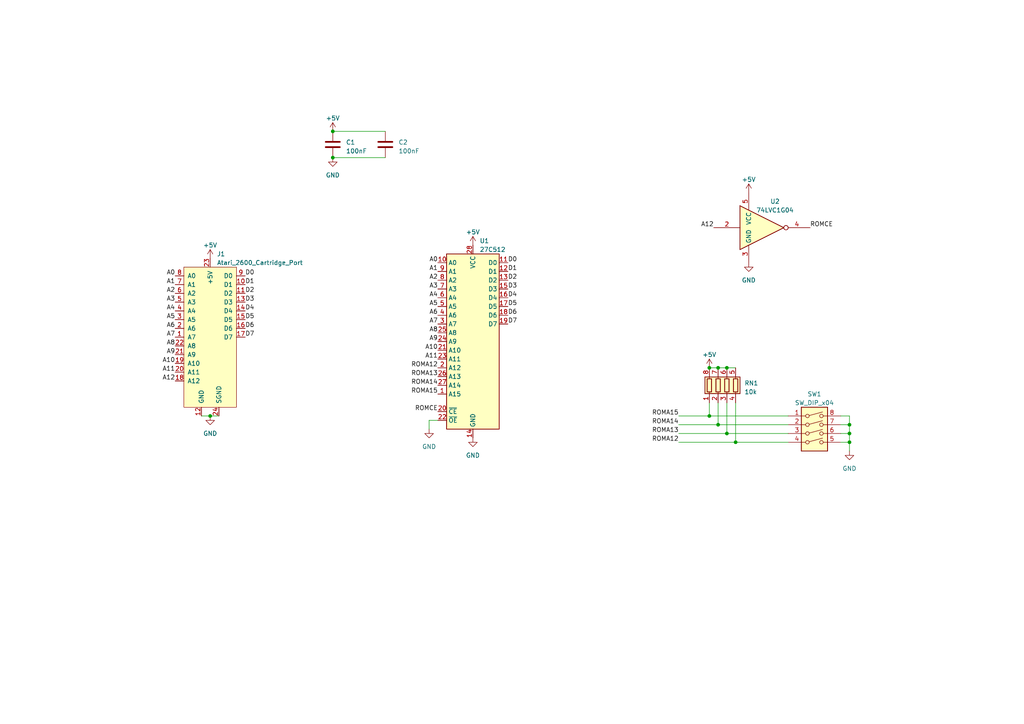
<source format=kicad_sch>
(kicad_sch (version 20230121) (generator eeschema)
  (paper "A4")
  (lib_symbols
    (symbol "74xGxx:74LVC1G04"
      (property "Reference" "U" (at 0 7.62 0))
      (property "Value" "74LVC1G04" (at 5.08 -7.62 0))
      (symbol "74LVC1G04_0_1"
        (polyline (pts (xy -7.62 6.35) (xy -7.62 -6.35) (xy 5.08 0) (xy -7.62 6.35)) (stroke (width 0.254)) (fill (type background)))
      )
      (symbol "74LVC1G04_1_1"
        (pin input line (at -15.24 0 0) (length 7.62) (name "~") (number "2"))
        (pin power_in line (at -5.08 -10.16 90) (length 5.08) (name "GND") (number "3"))
        (pin output inverted (at 12.7 0 180) (length 7.62) (name "~") (number "4"))
        (pin power_in line (at -5.08 10.16 270) (length 5.08) (name "VCC") (number "5"))
      )
    )
    (symbol "Device:C" (pin_numbers hide) (pin_names (offset 0.254))
      (property "Reference" "C" (at 0.635 2.54 0))
      (property "Value" "C" (at 0.635 -2.54 0))
      (symbol "C_0_1"
        (polyline (pts (xy -2.032 -0.762) (xy 2.032 -0.762)) (stroke (width 0.508)))
        (polyline (pts (xy -2.032 0.762) (xy 2.032 0.762)) (stroke (width 0.508)))
      )
      (symbol "C_1_1"
        (pin passive line (at 0 3.81 270) (length 2.794) (name "~") (number "1"))
        (pin passive line (at 0 -3.81 90) (length 2.794) (name "~") (number "2"))
      )
    )
    (symbol "Device:R_Pack04" (pin_names (offset 0) hide)
      (property "Reference" "RN" (at -7.62 0 90))
      (property "Value" "R_Pack04" (at 5.08 0 90))
      (symbol "R_Pack04_0_1"
        (rectangle (start -6.35 -2.413) (end 3.81 2.413) (stroke (width 0.254)) (fill (type background)))
        (rectangle (start -5.715 1.905) (end -4.445 -1.905) (stroke (width 0.254)))
        (rectangle (start -3.175 1.905) (end -1.905 -1.905) (stroke (width 0.254)))
        (rectangle (start -0.635 1.905) (end 0.635 -1.905) (stroke (width 0.254)))
        (polyline (pts (xy -5.08 -2.54) (xy -5.08 -1.905)))
        (polyline (pts (xy -5.08 1.905) (xy -5.08 2.54)))
        (polyline (pts (xy -2.54 -2.54) (xy -2.54 -1.905)))
        (polyline (pts (xy -2.54 1.905) (xy -2.54 2.54)))
        (polyline (pts (xy 0 -2.54) (xy 0 -1.905)))
        (polyline (pts (xy 0 1.905) (xy 0 2.54)))
        (polyline (pts (xy 2.54 -2.54) (xy 2.54 -1.905)))
        (polyline (pts (xy 2.54 1.905) (xy 2.54 2.54)))
        (rectangle (start 1.905 1.905) (end 3.175 -1.905) (stroke (width 0.254)))
      )
      (symbol "R_Pack04_1_1"
        (pin passive line (at -5.08 -5.08 90) (length 2.54) (name "R1.1") (number "1"))
        (pin passive line (at -2.54 -5.08 90) (length 2.54) (name "R2.1") (number "2"))
        (pin passive line (at 0 -5.08 90) (length 2.54) (name "R3.1") (number "3"))
        (pin passive line (at 2.54 -5.08 90) (length 2.54) (name "R4.1") (number "4"))
        (pin passive line (at 2.54 5.08 270) (length 2.54) (name "R4.2") (number "5"))
        (pin passive line (at 0 5.08 270) (length 2.54) (name "R3.2") (number "6"))
        (pin passive line (at -2.54 5.08 270) (length 2.54) (name "R2.2") (number "7"))
        (pin passive line (at -5.08 5.08 270) (length 2.54) (name "R1.2") (number "8"))
      )
    )
    (symbol "Memory_EPROM:27C512"
      (property "Reference" "U" (at -7.62 26.67 0))
      (property "Value" "27C512" (at 2.54 -26.67 0))
      (symbol "27C512_1_1"
        (rectangle (start -7.62 25.4) (end 7.62 -25.4) (stroke (width 0.254)) (fill (type background)))
        (pin input line (at -10.16 -15.24 0) (length 2.54) (name "A15") (number "1"))
        (pin input line (at -10.16 22.86 0) (length 2.54) (name "A0") (number "10"))
        (pin tri_state line (at 10.16 22.86 180) (length 2.54) (name "D0") (number "11"))
        (pin tri_state line (at 10.16 20.32 180) (length 2.54) (name "D1") (number "12"))
        (pin tri_state line (at 10.16 17.78 180) (length 2.54) (name "D2") (number "13"))
        (pin power_in line (at 0 -27.94 90) (length 2.54) (name "GND") (number "14"))
        (pin tri_state line (at 10.16 15.24 180) (length 2.54) (name "D3") (number "15"))
        (pin tri_state line (at 10.16 12.7 180) (length 2.54) (name "D4") (number "16"))
        (pin tri_state line (at 10.16 10.16 180) (length 2.54) (name "D5") (number "17"))
        (pin tri_state line (at 10.16 7.62 180) (length 2.54) (name "D6") (number "18"))
        (pin tri_state line (at 10.16 5.08 180) (length 2.54) (name "D7") (number "19"))
        (pin input line (at -10.16 -7.62 0) (length 2.54) (name "A12") (number "2"))
        (pin input line (at -10.16 -20.32 0) (length 2.54) (name "~{CE}") (number "20"))
        (pin input line (at -10.16 -2.54 0) (length 2.54) (name "A10") (number "21"))
        (pin input line (at -10.16 -22.86 0) (length 2.54) (name "~{OE}") (number "22"))
        (pin input line (at -10.16 -5.08 0) (length 2.54) (name "A11") (number "23"))
        (pin input line (at -10.16 0 0) (length 2.54) (name "A9") (number "24"))
        (pin input line (at -10.16 2.54 0) (length 2.54) (name "A8") (number "25"))
        (pin input line (at -10.16 -10.16 0) (length 2.54) (name "A13") (number "26"))
        (pin input line (at -10.16 -12.7 0) (length 2.54) (name "A14") (number "27"))
        (pin power_in line (at 0 27.94 270) (length 2.54) (name "VCC") (number "28"))
        (pin input line (at -10.16 5.08 0) (length 2.54) (name "A7") (number "3"))
        (pin input line (at -10.16 7.62 0) (length 2.54) (name "A6") (number "4"))
        (pin input line (at -10.16 10.16 0) (length 2.54) (name "A5") (number "5"))
        (pin input line (at -10.16 12.7 0) (length 2.54) (name "A4") (number "6"))
        (pin input line (at -10.16 15.24 0) (length 2.54) (name "A3") (number "7"))
        (pin input line (at -10.16 17.78 0) (length 2.54) (name "A2") (number "8"))
        (pin input line (at -10.16 20.32 0) (length 2.54) (name "A1") (number "9"))
      )
    )
    (symbol "Sassa:Atari2600_Cartridge_Port" (pin_names (offset 1.016))
      (property "Reference" "J" (at 2.54 24.13 0))
      (property "Value" "Atari_2600_Cartridge_Port" (at 13.97 21.59 0))
      (symbol "Atari2600_Cartridge_Port_0_1"
        (rectangle (start 7.62 20.32) (end -7.62 -20.32) (fill (type background)))
      )
      (symbol "Atari2600_Cartridge_Port_1_0"
        (pin power_out line (at 0 22.86 270) (length 2.54) (name "+5V") (number "23"))
      )
      (symbol "Atari2600_Cartridge_Port_1_1"
        (pin output line (at -10.16 0 0) (length 2.54) (name "A7") (number "1"))
        (pin input line (at 10.16 15.24 180) (length 2.54) (name "D1") (number "10"))
        (pin input line (at 10.16 12.7 180) (length 2.54) (name "D2") (number "11"))
        (pin power_out line (at -2.54 -22.86 90) (length 2.54) (name "GND") (number "12"))
        (pin input line (at 10.16 10.16 180) (length 2.54) (name "D3") (number "13"))
        (pin input line (at 10.16 7.62 180) (length 2.54) (name "D4") (number "14"))
        (pin input line (at 10.16 5.08 180) (length 2.54) (name "D5") (number "15"))
        (pin input line (at 10.16 2.54 180) (length 2.54) (name "D6") (number "16"))
        (pin input line (at 10.16 0 180) (length 2.54) (name "D7") (number "17"))
        (pin output line (at -10.16 -12.7 0) (length 2.54) (name "A12") (number "18"))
        (pin output line (at -10.16 -7.62 0) (length 2.54) (name "A10") (number "19"))
        (pin output line (at -10.16 2.54 0) (length 2.54) (name "A6") (number "2"))
        (pin output line (at -10.16 -10.16 0) (length 2.54) (name "A11") (number "20"))
        (pin output line (at -10.16 -5.08 0) (length 2.54) (name "A9") (number "21"))
        (pin output line (at -10.16 -2.54 0) (length 2.54) (name "A8") (number "22"))
        (pin power_in line (at 2.54 -22.86 90) (length 2.54) (name "SGND") (number "24"))
        (pin output line (at -10.16 5.08 0) (length 2.54) (name "A5") (number "3"))
        (pin output line (at -10.16 7.62 0) (length 2.54) (name "A4") (number "4"))
        (pin output line (at -10.16 10.16 0) (length 2.54) (name "A3") (number "5"))
        (pin output line (at -10.16 12.7 0) (length 2.54) (name "A2") (number "6"))
        (pin output line (at -10.16 15.24 0) (length 2.54) (name "A1") (number "7"))
        (pin output line (at -10.16 17.78 0) (length 2.54) (name "A0") (number "8"))
        (pin input line (at 10.16 17.78 180) (length 2.54) (name "D0") (number "9"))
      )
    )
    (symbol "Switch:SW_DIP_x04" (pin_names (offset 0) hide)
      (property "Reference" "SW" (at 0 8.89 0))
      (property "Value" "SW_DIP_x04" (at 0 -6.35 0))
      (symbol "SW_DIP_x04_0_0"
        (circle (center -2.032 -2.54) (radius 0.508))
        (circle (center -2.032 0) (radius 0.508))
        (circle (center -2.032 2.54) (radius 0.508))
        (circle (center -2.032 5.08) (radius 0.508))
        (polyline (pts (xy -1.524 -2.3876) (xy 2.3622 -1.3462)))
        (polyline (pts (xy -1.524 0.127) (xy 2.3622 1.1684)))
        (polyline (pts (xy -1.524 2.667) (xy 2.3622 3.7084)))
        (polyline (pts (xy -1.524 5.207) (xy 2.3622 6.2484)))
        (circle (center 2.032 -2.54) (radius 0.508))
        (circle (center 2.032 0) (radius 0.508))
        (circle (center 2.032 2.54) (radius 0.508))
        (circle (center 2.032 5.08) (radius 0.508))
      )
      (symbol "SW_DIP_x04_0_1"
        (rectangle (start -3.81 7.62) (end 3.81 -5.08) (stroke (width 0.254)) (fill (type background)))
      )
      (symbol "SW_DIP_x04_1_1"
        (pin passive line (at -7.62 5.08 0) (length 5.08) (name "~") (number "1"))
        (pin passive line (at -7.62 2.54 0) (length 5.08) (name "~") (number "2"))
        (pin passive line (at -7.62 0 0) (length 5.08) (name "~") (number "3"))
        (pin passive line (at -7.62 -2.54 0) (length 5.08) (name "~") (number "4"))
        (pin passive line (at 7.62 -2.54 180) (length 5.08) (name "~") (number "5"))
        (pin passive line (at 7.62 0 180) (length 5.08) (name "~") (number "6"))
        (pin passive line (at 7.62 2.54 180) (length 5.08) (name "~") (number "7"))
        (pin passive line (at 7.62 5.08 180) (length 5.08) (name "~") (number "8"))
      )
    )
    (symbol "power:+5V" (power) (pin_names (offset 0))
      (property "Value" "+5V" (at 0 3.556 0))
      (symbol "+5V_0_1"
        (polyline (pts (xy -0.762 1.27) (xy 0 2.54)))
        (polyline (pts (xy 0 0) (xy 0 2.54)))
        (polyline (pts (xy 0 2.54) (xy 0.762 1.27)))
      )
      (symbol "+5V_1_1"
        (pin power_in line (at 0 0 90) (length 0) hide (name "+5V") (number "1"))
      )
    )
    (symbol "power:GND" (power) (pin_names (offset 0))
      (property "Value" "GND" (at 0 -3.81 0))
      (symbol "GND_0_1"
        (polyline (pts (xy 0 0) (xy 0 -1.27) (xy 1.27 -1.27) (xy 0 -2.54) (xy -1.27 -1.27) (xy 0 -1.27)))
      )
      (symbol "GND_1_1"
        (pin power_in line (at 0 0 270) (length 0) hide (name "GND") (number "1"))
      )
    )
  )
  (junction (at 210.82 106.68))
  (junction (at 96.52 38.1))
  (junction (at 213.36 128.27))
  (junction (at 96.52 45.72))
  (junction (at 246.38 128.27))
  (junction (at 205.74 106.68))
  (junction (at 205.74 120.65))
  (junction (at 208.28 106.68))
  (junction (at 210.82 125.73))
  (junction (at 246.38 125.73))
  (junction (at 208.28 123.19))
  (junction (at 246.38 123.19))
  (junction (at 60.96 120.65))
  (wire (pts (xy 213.36 116.84) (xy 213.36 128.27)))
  (wire (pts (xy 210.82 116.84) (xy 210.82 125.73)))
  (wire (pts (xy 228.6 128.27) (xy 213.36 128.27)))
  (wire (pts (xy 208.28 123.19) (xy 196.85 123.19)))
  (wire (pts (xy 205.74 106.68) (xy 208.28 106.68)))
  (wire (pts (xy 96.52 45.72) (xy 111.76 45.72)))
  (wire (pts (xy 205.74 120.65) (xy 196.85 120.65)))
  (wire (pts (xy 243.84 123.19) (xy 246.38 123.19)))
  (wire (pts (xy 228.6 123.19) (xy 208.28 123.19)))
  (wire (pts (xy 243.84 125.73) (xy 246.38 125.73)))
  (wire (pts (xy 60.96 120.65) (xy 63.5 120.65)))
  (wire (pts (xy 228.6 125.73) (xy 210.82 125.73)))
  (wire (pts (xy 210.82 106.68) (xy 213.36 106.68)))
  (wire (pts (xy 246.38 123.19) (xy 246.38 125.73)))
  (wire (pts (xy 208.28 116.84) (xy 208.28 123.19)))
  (wire (pts (xy 246.38 120.65) (xy 246.38 123.19)))
  (wire (pts (xy 243.84 120.65) (xy 246.38 120.65)))
  (wire (pts (xy 246.38 125.73) (xy 246.38 128.27)))
  (wire (pts (xy 246.38 128.27) (xy 246.38 130.81)))
  (wire (pts (xy 58.42 120.65) (xy 60.96 120.65)))
  (wire (pts (xy 213.36 128.27) (xy 196.85 128.27)))
  (wire (pts (xy 228.6 120.65) (xy 205.74 120.65)))
  (wire (pts (xy 96.52 38.1) (xy 111.76 38.1)))
  (wire (pts (xy 208.28 106.68) (xy 210.82 106.68)))
  (wire (pts (xy 243.84 128.27) (xy 246.38 128.27)))
  (wire (pts (xy 127 121.92) (xy 124.46 121.92)))
  (wire (pts (xy 124.46 121.92) (xy 124.46 124.46)))
  (wire (pts (xy 210.82 125.73) (xy 196.85 125.73)))
  (wire (pts (xy 205.74 116.84) (xy 205.74 120.65)))
  (label "D2" (at 71.12 85.09 0))
  (label "A5" (at 50.8 92.71 180))
  (label "D2" (at 147.32 81.28 0))
  (label "ROMA14" (at 196.85 123.19 180))
  (label "D0" (at 71.12 80.01 0))
  (label "A0" (at 127 76.2 180))
  (label "A10" (at 127 101.6 180))
  (label "A9" (at 127 99.06 180))
  (label "ROMA14" (at 127 111.76 180))
  (label "A0" (at 50.8 80.01 180))
  (label "D3" (at 71.12 87.63 0))
  (label "A8" (at 50.8 100.33 180))
  (label "A11" (at 127 104.14 180))
  (label "A12" (at 50.8 110.49 180))
  (label "A11" (at 50.8 107.95 180))
  (label "ROMCE" (at 234.95 66.04 0))
  (label "A3" (at 127 83.82 180))
  (label "A4" (at 50.8 90.17 180))
  (label "D5" (at 147.32 88.9 0))
  (label "ROMA15" (at 196.85 120.65 180))
  (label "ROMCE" (at 127 119.38 180))
  (label "ROMA12" (at 127 106.68 180))
  (label "D6" (at 147.32 91.44 0))
  (label "ROMA12" (at 196.85 128.27 180))
  (label "D1" (at 147.32 78.74 0))
  (label "A4" (at 127 86.36 180))
  (label "A12" (at 207.01 66.04 180))
  (label "D6" (at 71.12 95.25 0))
  (label "A6" (at 127 91.44 180))
  (label "A8" (at 127 96.52 180))
  (label "D4" (at 147.32 86.36 0))
  (label "D4" (at 71.12 90.17 0))
  (label "A7" (at 127 93.98 180))
  (label "ROMA13" (at 196.85 125.73 180))
  (label "A5" (at 127 88.9 180))
  (label "ROMA15" (at 127 114.3 180))
  (label "A1" (at 127 78.74 180))
  (label "A3" (at 50.8 87.63 180))
  (label "D7" (at 147.32 93.98 0))
  (label "D5" (at 71.12 92.71 0))
  (label "A1" (at 50.8 82.55 180))
  (label "A9" (at 50.8 102.87 180))
  (label "A2" (at 127 81.28 180))
  (label "A10" (at 50.8 105.41 180))
  (label "D7" (at 71.12 97.79 0))
  (label "A7" (at 50.8 97.79 180))
  (label "A2" (at 50.8 85.09 180))
  (label "D3" (at 147.32 83.82 0))
  (label "ROMA13" (at 127 109.22 180))
  (label "D1" (at 71.12 82.55 0))
  (label "D0" (at 147.32 76.2 0))
  (label "A6" (at 50.8 95.25 180))
  (symbol (lib_id "Device:C") (at 111.76 41.91 0) (unit 1)
    (property "Reference" "C2" (at 115.57 41.275 0) (effects (justify left)))
    (property "Value" "100nF" (at 115.57 43.815 0) (effects (justify left)))
    (property "Footprint" "Capacitor_SMD:C_0805_2012Metric" (effects hide))
  )
  (symbol (lib_id "Switch:SW_DIP_x04") (at 236.22 125.73 0) (unit 1)
    (property "Reference" "SW1" (at 236.22 114.3 0))
    (property "Value" "SW_DIP_x04" (at 236.22 116.84 0))
    (property "Footprint" "Button_Switch_THT:SW_DIP_SPSTx04_Slide_9.78x12.34mm_W7.62mm_P2.54mm" (effects hide))
  )
  (symbol (lib_id "power:+5V") (at 60.96 74.93 0) (unit 1)
    (property "Reference" "#PWR01" (effects hide))
    (property "Value" "+5V" (at 60.96 71.12 0))
  )
  (symbol (lib_id "power:+5V") (at 96.52 38.1 0) (unit 1)
    (property "Reference" "#PWR010" (effects hide))
    (property "Value" "+5V" (at 96.52 34.29 0))
  )
  (symbol (lib_id "power:+5V") (at 137.16 71.12 0) (unit 1)
    (property "Reference" "#PWR03" (effects hide))
    (property "Value" "+5V" (at 137.16 67.31 0))
  )
  (symbol (lib_id "power:GND") (at 246.38 130.81 0) (unit 1)
    (property "Reference" "#PWR07" (effects hide))
    (property "Value" "GND" (at 246.38 135.89 0))
  )
  (symbol (lib_id "Device:C") (at 96.52 41.91 0) (unit 1)
    (property "Reference" "C1" (at 100.33 41.275 0) (effects (justify left)))
    (property "Value" "100nF" (at 100.33 43.815 0) (effects (justify left)))
    (property "Footprint" "Capacitor_SMD:C_0805_2012Metric" (effects hide))
  )
  (symbol (lib_id "Sassa:Atari2600_Cartridge_Port") (at 60.96 97.79 0) (unit 1)
    (property "Reference" "J1" (at 62.9159 73.66 0) (effects (justify left)))
    (property "Value" "Atari_2600_Cartridge_Port" (at 62.9159 76.2 0) (effects (justify left)))
    (property "Footprint" "Sassa:Atari2600_Cartridge_2x12_P2.54mm" (effects hide))
  )
  (symbol (lib_id "power:GND") (at 217.17 76.2 0) (unit 1)
    (property "Reference" "#PWR05" (effects hide))
    (property "Value" "GND" (at 217.17 81.28 0))
  )
  (symbol (lib_id "power:GND") (at 60.96 120.65 0) (unit 1)
    (property "Reference" "#PWR02" (effects hide))
    (property "Value" "GND" (at 60.96 125.73 0))
  )
  (symbol (lib_id "Memory_EPROM:27C512") (at 137.16 99.06 0) (unit 1)
    (property "Reference" "U1" (at 139.1159 69.85 0) (effects (justify left)))
    (property "Value" "27C512" (at 139.1159 72.39 0) (effects (justify left)))
    (property "Footprint" "Package_DIP:DIP-28_W15.24mm" (effects hide))
    (property "Datasheet" "http://ww1.microchip.com/downloads/en/DeviceDoc/doc0015.pdf" (effects hide))
  )
  (symbol (lib_id "74xGxx:74LVC1G04") (at 222.25 66.04 0) (unit 1)
    (property "Reference" "U2" (at 224.79 58.42 0))
    (property "Value" "74LVC1G04" (at 224.79 60.96 0))
    (property "Footprint" "Package_TO_SOT_SMD:SOT-23-5" (effects hide))
    (property "Datasheet" "https://www.ti.com/lit/ds/symlink/sn74lvc1g04.pdf" (effects hide))
  )
  (symbol (lib_id "power:GND") (at 137.16 127 0) (unit 1)
    (property "Reference" "#PWR04" (effects hide))
    (property "Value" "GND" (at 137.16 132.08 0))
  )
  (symbol (lib_id "Device:R_Pack04") (at 210.82 111.76 0) (unit 1)
    (property "Reference" "RN1" (at 215.9 111.125 0) (effects (justify left)))
    (property "Value" "10k" (at 215.9 113.665 0) (effects (justify left)))
    (property "Footprint" "Resistor_SMD:R_Array_Concave_4x0603" (effects hide))
  )
  (symbol (lib_id "power:+5V") (at 205.74 106.68 0) (unit 1)
    (property "Reference" "#PWR08" (effects hide))
    (property "Value" "+5V" (at 205.74 102.87 0))
  )
  (symbol (lib_id "power:GND") (at 124.46 124.46 0) (unit 1)
    (property "Reference" "#PWR09" (effects hide))
    (property "Value" "GND" (at 124.46 129.54 0))
  )
  (symbol (lib_id "power:+5V") (at 217.17 55.88 0) (unit 1)
    (property "Reference" "#PWR06" (effects hide))
    (property "Value" "+5V" (at 217.17 52.07 0))
  )
  (symbol (lib_id "power:GND") (at 96.52 45.72 0) (unit 1)
    (property "Reference" "#PWR011" (effects hide))
    (property "Value" "GND" (at 96.52 50.8 0))
  )
)
</source>
